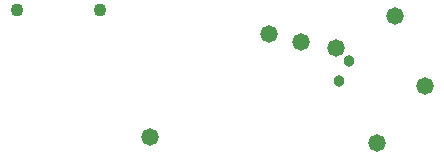
<source format=gbr>
%TF.GenerationSoftware,Altium Limited,Altium Designer,25.8.1 (18)*%
G04 Layer_Color=16711935*
%FSLAX45Y45*%
%MOMM*%
%TF.SameCoordinates,59470FF0-CD15-45DD-BB61-DC51C1D221A1*%
%TF.FilePolarity,Negative*%
%TF.FileFunction,Soldermask,Bot*%
%TF.Part,Single*%
G01*
G75*
%TA.AperFunction,ComponentPad*%
%ADD36C,1.10000*%
%TA.AperFunction,ViaPad*%
%ADD54C,1.47320*%
%ADD55C,0.96520*%
D36*
X1125000Y2025000D02*
D03*
X425000D02*
D03*
D54*
X3475000Y900000D02*
D03*
X3625000Y1975000D02*
D03*
X2825000Y1750000D02*
D03*
X2558942Y1816058D02*
D03*
X1550000Y950000D02*
D03*
X3125000Y1700000D02*
D03*
X3875000Y1375000D02*
D03*
D55*
X3232062Y1589407D02*
D03*
X3150000Y1425000D02*
D03*
%TF.MD5,8f76b3dcd277856ee853e1d9817db1be*%
M02*

</source>
